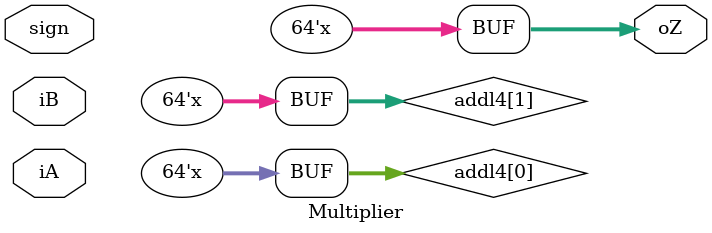
<source format=v>
`timescale 1ns / 1ps


module Multiplier(
        input wire sign,
        input wire [31:0] iA,
        input wire [31:0] iB,
        output wire [63:0] oZ
    );

    wire [31:0] aA = (sign && iA[31]) ? -iA : iA;
    wire [31:0] aB = (sign && iB[31]) ? -iB : iB;

    wire [63:0] part [0:31];
    wire [63:0] addl1 [0:15];
    wire [63:0] addl2 [0:7];
    wire [63:0] addl3 [0:3];
    wire [63:0] addl4 [0:1];

    genvar i;
    integer j;

    assign part[0] = aB[0] ? {32'b0, aA} : 64'b0;

    generate
        for(i = 1; i < 32; i = i + 1)
            assign part[i] = aB[i] ? {{(32-i){1'b0}}, aA, {(i){1'b0}}} : 64'b0;
    endgenerate

    generate
        for(i = 0; i < 16; i = i + 1)
            assign addl1[i] = part[i*2] + part[i*2+1];
    endgenerate

    generate
        for(i = 0; i < 8; i = i + 1)
            assign addl2[i] = addl1[i*2] + addl1[i*2+1];
    endgenerate

    generate
        for(i = 0; i < 4; i = i + 1)
            assign addl3[i] = addl2[i*2] + addl2[i*2+1];
    endgenerate

    assign addl4[0] = addl3[0] + addl3[1];
    assign addl4[1] = addl3[2] + addl3[3];
    assign oZ = (sign && (iA[31] ^ iB[31])) ? -(addl4[0] + addl4[1]) : addl4[0] + addl4[1];

endmodule

</source>
